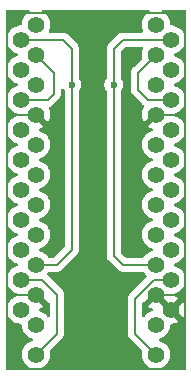
<source format=gbr>
%TF.GenerationSoftware,KiCad,Pcbnew,9.0.2-9.0.2-0~ubuntu24.04.1*%
%TF.CreationDate,2025-05-26T11:18:28+09:00*%
%TF.ProjectId,LevelShifter,4c657665-6c53-4686-9966-7465722e6b69,rev?*%
%TF.SameCoordinates,Original*%
%TF.FileFunction,Copper,L2,Bot*%
%TF.FilePolarity,Positive*%
%FSLAX46Y46*%
G04 Gerber Fmt 4.6, Leading zero omitted, Abs format (unit mm)*
G04 Created by KiCad (PCBNEW 9.0.2-9.0.2-0~ubuntu24.04.1) date 2025-05-26 11:18:28*
%MOMM*%
%LPD*%
G01*
G04 APERTURE LIST*
%TA.AperFunction,ComponentPad*%
%ADD10C,1.400000*%
%TD*%
%TA.AperFunction,ViaPad*%
%ADD11C,0.600000*%
%TD*%
%TA.AperFunction,Conductor*%
%ADD12C,0.200000*%
%TD*%
G04 APERTURE END LIST*
D10*
%TO.P,J4,1,Pin_1*%
%TO.N,/HV5*%
X152400000Y-127000000D03*
%TO.P,J4,2,Pin_2*%
%TO.N,/HV6*%
X152400000Y-129540000D03*
%TO.P,J4,3,Pin_3*%
%TO.N,VCCB*%
X152400000Y-132080000D03*
%TO.P,J4,4,Pin_4*%
%TO.N,GND*%
X152400000Y-134620000D03*
%TO.P,J4,5,Pin_5*%
%TO.N,/HV7*%
X152400000Y-137160000D03*
%TO.P,J4,6,Pin_6*%
%TO.N,/HV8*%
X152400000Y-139700000D03*
%TD*%
%TO.P,J3,1,Pin_1*%
%TO.N,/LV5*%
X142240000Y-127000000D03*
%TO.P,J3,2,Pin_2*%
%TO.N,/LV6*%
X142240000Y-129540000D03*
%TO.P,J3,3,Pin_3*%
%TO.N,VCCA*%
X142240000Y-132080000D03*
%TO.P,J3,4,Pin_4*%
%TO.N,GND*%
X142240000Y-134620000D03*
%TO.P,J3,5,Pin_5*%
%TO.N,/LV7*%
X142240000Y-137160000D03*
%TO.P,J3,6,Pin_6*%
%TO.N,/LV8*%
X142240000Y-139700000D03*
%TD*%
%TO.P,J2,1,Pin_1*%
%TO.N,/HV1*%
X152400000Y-111760000D03*
%TO.P,J2,2,Pin_2*%
%TO.N,/HV2*%
X152400000Y-114300000D03*
%TO.P,J2,3,Pin_3*%
%TO.N,VCCB*%
X152400000Y-116840000D03*
%TO.P,J2,4,Pin_4*%
%TO.N,GND*%
X152400000Y-119380000D03*
%TO.P,J2,5,Pin_5*%
%TO.N,/HV3*%
X152400000Y-121920000D03*
%TO.P,J2,6,Pin_6*%
%TO.N,/HV4*%
X152400000Y-124460000D03*
%TD*%
%TO.P,J1,1,Pin_1*%
%TO.N,/LV1*%
X142240000Y-111760000D03*
%TO.P,J1,2,Pin_2*%
%TO.N,/LV2*%
X142240000Y-114300000D03*
%TO.P,J1,3,Pin_3*%
%TO.N,VCCA*%
X142240000Y-116840000D03*
%TO.P,J1,4,Pin_4*%
%TO.N,GND*%
X142240000Y-119380000D03*
%TO.P,J1,5,Pin_5*%
%TO.N,/LV3*%
X142240000Y-121920000D03*
%TO.P,J1,6,Pin_6*%
%TO.N,/LV4*%
X142240000Y-124460000D03*
%TD*%
%TO.P,U1,1,VCCA*%
%TO.N,VCCA*%
X140970000Y-113030000D03*
%TO.P,U1,2,A1*%
%TO.N,/LV1*%
X140970000Y-115570000D03*
%TO.P,U1,3,A2*%
%TO.N,/LV2*%
X140970000Y-118110000D03*
%TO.P,U1,4,A3*%
%TO.N,/LV3*%
X140970000Y-120650000D03*
%TO.P,U1,5,A4*%
%TO.N,/LV4*%
X140970000Y-123190000D03*
%TO.P,U1,6,A5*%
%TO.N,/LV5*%
X140970000Y-125730000D03*
%TO.P,U1,7,A6*%
%TO.N,/LV6*%
X140970000Y-128270000D03*
%TO.P,U1,8,A7*%
%TO.N,/LV7*%
X140970000Y-130810000D03*
%TO.P,U1,9,A8*%
%TO.N,/LV8*%
X140970000Y-133350000D03*
%TO.P,U1,10,OE*%
%TO.N,unconnected-(U1-OE-Pad10)*%
X140970000Y-135890000D03*
%TO.P,U1,11,GND*%
%TO.N,GND*%
X153670000Y-135890000D03*
%TO.P,U1,12,B8*%
%TO.N,/HV8*%
X153670000Y-133350000D03*
%TO.P,U1,13,B7*%
%TO.N,/HV7*%
X153670000Y-130810000D03*
%TO.P,U1,14,B6*%
%TO.N,/HV6*%
X153670000Y-128270000D03*
%TO.P,U1,15,B5*%
%TO.N,/HV5*%
X153670000Y-125730000D03*
%TO.P,U1,16,B4*%
%TO.N,/HV4*%
X153670000Y-123190000D03*
%TO.P,U1,17,B3*%
%TO.N,/HV3*%
X153670000Y-120650000D03*
%TO.P,U1,18,B2*%
%TO.N,/HV2*%
X153670000Y-118110000D03*
%TO.P,U1,19,B1*%
%TO.N,/HV1*%
X153670000Y-115570000D03*
%TO.P,U1,20,VCCB*%
%TO.N,VCCB*%
X153670000Y-113030000D03*
%TD*%
D11*
%TO.N,GND*%
X150114000Y-128270000D03*
X150114000Y-123190000D03*
X150114000Y-118872000D03*
X144018000Y-118872000D03*
X144018000Y-128270000D03*
X144018000Y-123190000D03*
X147066000Y-119634000D03*
X147066000Y-112522000D03*
X147320000Y-138176000D03*
X147066000Y-132842000D03*
X147066000Y-128016000D03*
%TO.N,VCCB*%
X148844000Y-116840000D03*
%TO.N,VCCA*%
X145288000Y-116840000D03*
%TD*%
D12*
%TO.N,GND*%
X139793000Y-119380000D02*
X139793000Y-111667000D01*
X139793000Y-111667000D02*
X140716000Y-110744000D01*
X140716000Y-110744000D02*
X153670000Y-110744000D01*
X153670000Y-110744000D02*
X154847000Y-111921000D01*
X154847000Y-111921000D02*
X154847000Y-119380000D01*
X142240000Y-119380000D02*
X139793000Y-119380000D01*
X152400000Y-119380000D02*
X154847000Y-119380000D01*
X154847000Y-134620000D02*
X154847000Y-119380000D01*
X152400000Y-134620000D02*
X154847000Y-134620000D01*
X140369000Y-140877000D02*
X139793000Y-140301000D01*
X154847000Y-134620000D02*
X154847000Y-139793000D01*
X154847000Y-139793000D02*
X153763000Y-140877000D01*
X153763000Y-140877000D02*
X140369000Y-140877000D01*
X139793000Y-140301000D02*
X139793000Y-134620000D01*
X152400000Y-134620000D02*
X153670000Y-135890000D01*
X142240000Y-134620000D02*
X139793000Y-134620000D01*
X139793000Y-119380000D02*
X139793000Y-134620000D01*
%TO.N,VCCB*%
X153670000Y-113030000D02*
X149606000Y-113030000D01*
X149606000Y-113030000D02*
X148844000Y-113792000D01*
X148844000Y-113792000D02*
X148844000Y-131318000D01*
X148844000Y-131318000D02*
X149606000Y-132080000D01*
X149606000Y-132080000D02*
X152400000Y-132080000D01*
%TO.N,VCCA*%
X140970000Y-113030000D02*
X144526000Y-113030000D01*
X144018000Y-132080000D02*
X142240000Y-132080000D01*
X144526000Y-113030000D02*
X145288000Y-113792000D01*
X145288000Y-113792000D02*
X145288000Y-130810000D01*
X145288000Y-130810000D02*
X144018000Y-132080000D01*
%TO.N,/HV8*%
X153670000Y-133350000D02*
X152254372Y-133350000D01*
X152254372Y-133350000D02*
X150622000Y-134982372D01*
X150622000Y-134982372D02*
X150622000Y-137922000D01*
X150622000Y-137922000D02*
X152400000Y-139700000D01*
%TO.N,/LV8*%
X140970000Y-133350000D02*
X142748000Y-133350000D01*
X142748000Y-133350000D02*
X144018000Y-134620000D01*
X144018000Y-137922000D02*
X144018000Y-134620000D01*
X142240000Y-139700000D02*
X144018000Y-137922000D01*
%TO.N,/HV2*%
X152400000Y-114300000D02*
X150876000Y-115824000D01*
X150876000Y-115824000D02*
X150876000Y-117269628D01*
X151716372Y-118110000D02*
X153670000Y-118110000D01*
X150876000Y-117269628D02*
X151716372Y-118110000D01*
%TO.N,/LV2*%
X143256000Y-118110000D02*
X143764000Y-117602000D01*
X140970000Y-118110000D02*
X143256000Y-118110000D01*
X143764000Y-117602000D02*
X143764000Y-115824000D01*
X143764000Y-115824000D02*
X142240000Y-114300000D01*
%TD*%
%TA.AperFunction,Conductor*%
%TO.N,GND*%
G36*
X139897703Y-136449878D02*
G01*
X139926985Y-136487297D01*
X139943238Y-136519197D01*
X139951669Y-136530801D01*
X140054310Y-136672073D01*
X140187927Y-136805690D01*
X140340801Y-136916760D01*
X140420347Y-136957290D01*
X140509163Y-137002545D01*
X140509165Y-137002545D01*
X140509168Y-137002547D01*
X140605497Y-137033846D01*
X140688881Y-137060940D01*
X140875514Y-137090500D01*
X140875519Y-137090500D01*
X140915500Y-137090500D01*
X140982539Y-137110185D01*
X141028294Y-137162989D01*
X141039500Y-137214500D01*
X141039500Y-137254486D01*
X141069059Y-137441118D01*
X141127454Y-137620836D01*
X141154168Y-137673264D01*
X141213240Y-137789199D01*
X141324310Y-137942073D01*
X141457927Y-138075690D01*
X141610801Y-138186760D01*
X141690347Y-138227290D01*
X141779163Y-138272545D01*
X141779165Y-138272545D01*
X141779168Y-138272547D01*
X141868734Y-138301649D01*
X141900803Y-138312069D01*
X141958478Y-138351507D01*
X141985676Y-138415866D01*
X141973761Y-138484712D01*
X141926516Y-138536188D01*
X141900803Y-138547931D01*
X141779163Y-138587454D01*
X141610800Y-138673240D01*
X141523579Y-138736610D01*
X141457927Y-138784310D01*
X141457925Y-138784312D01*
X141457924Y-138784312D01*
X141324312Y-138917924D01*
X141324312Y-138917925D01*
X141324310Y-138917927D01*
X141276610Y-138983579D01*
X141213240Y-139070800D01*
X141127454Y-139239163D01*
X141069059Y-139418881D01*
X141039500Y-139605513D01*
X141039500Y-139794486D01*
X141069059Y-139981118D01*
X141127454Y-140160836D01*
X141213240Y-140329199D01*
X141324310Y-140482073D01*
X141457927Y-140615690D01*
X141572582Y-140698992D01*
X141610802Y-140726761D01*
X141642703Y-140743015D01*
X141693499Y-140790989D01*
X141710295Y-140858810D01*
X141687758Y-140924945D01*
X141633043Y-140968397D01*
X141586409Y-140977500D01*
X139816500Y-140977500D01*
X139749461Y-140957815D01*
X139703706Y-140905011D01*
X139692500Y-140853500D01*
X139692500Y-136543591D01*
X139712185Y-136476552D01*
X139764989Y-136430797D01*
X139834147Y-136420853D01*
X139897703Y-136449878D01*
G37*
%TD.AperFunction*%
%TA.AperFunction,Conductor*%
G36*
X151813448Y-110502185D02*
G01*
X151859203Y-110554989D01*
X151869147Y-110624147D01*
X151840122Y-110687703D01*
X151802703Y-110716985D01*
X151770802Y-110733238D01*
X151663855Y-110810941D01*
X151617927Y-110844310D01*
X151617925Y-110844312D01*
X151617924Y-110844312D01*
X151484312Y-110977924D01*
X151484312Y-110977925D01*
X151484310Y-110977927D01*
X151436610Y-111043579D01*
X151373240Y-111130800D01*
X151287454Y-111299163D01*
X151229059Y-111478881D01*
X151199500Y-111665513D01*
X151199500Y-111854486D01*
X151229059Y-112041118D01*
X151287455Y-112220838D01*
X151301909Y-112249204D01*
X151314806Y-112317873D01*
X151288530Y-112382614D01*
X151231424Y-112422871D01*
X151191425Y-112429500D01*
X149692670Y-112429500D01*
X149692654Y-112429499D01*
X149685058Y-112429499D01*
X149526943Y-112429499D01*
X149474890Y-112443447D01*
X149374214Y-112470423D01*
X149374209Y-112470426D01*
X149237290Y-112549475D01*
X149237282Y-112549481D01*
X148363481Y-113423282D01*
X148363479Y-113423285D01*
X148324483Y-113490830D01*
X148324482Y-113490831D01*
X148284717Y-113559705D01*
X148284423Y-113560215D01*
X148243499Y-113712943D01*
X148243499Y-113712944D01*
X148243499Y-113712945D01*
X148243499Y-113881046D01*
X148243500Y-113881059D01*
X148243500Y-116260234D01*
X148223815Y-116327273D01*
X148222602Y-116329125D01*
X148134609Y-116460814D01*
X148134602Y-116460827D01*
X148074264Y-116606498D01*
X148074261Y-116606510D01*
X148043500Y-116761153D01*
X148043500Y-116918846D01*
X148074261Y-117073489D01*
X148074264Y-117073501D01*
X148134602Y-117219172D01*
X148134609Y-117219185D01*
X148222602Y-117350874D01*
X148243480Y-117417551D01*
X148243500Y-117419765D01*
X148243500Y-131231330D01*
X148243499Y-131231348D01*
X148243499Y-131397054D01*
X148243498Y-131397054D01*
X148284423Y-131549785D01*
X148305988Y-131587135D01*
X148305989Y-131587139D01*
X148363475Y-131686709D01*
X148363481Y-131686717D01*
X148482349Y-131805585D01*
X148482354Y-131805589D01*
X149237284Y-132560520D01*
X149237286Y-132560521D01*
X149237290Y-132560524D01*
X149374209Y-132639573D01*
X149374216Y-132639577D01*
X149526943Y-132680501D01*
X149526945Y-132680501D01*
X149692654Y-132680501D01*
X149692670Y-132680500D01*
X151289208Y-132680500D01*
X151356247Y-132700185D01*
X151389524Y-132731612D01*
X151484310Y-132862073D01*
X151484312Y-132862075D01*
X151601005Y-132978768D01*
X151634490Y-133040091D01*
X151629506Y-133109783D01*
X151601005Y-133154130D01*
X150253286Y-134501850D01*
X150141481Y-134613654D01*
X150141477Y-134613659D01*
X150097692Y-134689499D01*
X150097692Y-134689500D01*
X150062423Y-134750586D01*
X150055224Y-134777453D01*
X150021499Y-134903315D01*
X150021499Y-134903317D01*
X150021499Y-135071418D01*
X150021500Y-135071431D01*
X150021500Y-137835330D01*
X150021499Y-137835348D01*
X150021499Y-138001054D01*
X150021498Y-138001054D01*
X150062423Y-138153785D01*
X150091358Y-138203900D01*
X150091359Y-138203904D01*
X150091360Y-138203904D01*
X150141479Y-138290714D01*
X150141481Y-138290717D01*
X150260349Y-138409585D01*
X150260355Y-138409590D01*
X151189933Y-139339168D01*
X151223418Y-139400491D01*
X151224725Y-139446247D01*
X151199500Y-139605513D01*
X151199500Y-139794486D01*
X151229059Y-139981118D01*
X151287454Y-140160836D01*
X151373240Y-140329199D01*
X151484310Y-140482073D01*
X151617927Y-140615690D01*
X151732582Y-140698992D01*
X151770802Y-140726761D01*
X151802703Y-140743015D01*
X151853499Y-140790989D01*
X151870295Y-140858810D01*
X151847758Y-140924945D01*
X151793043Y-140968397D01*
X151746409Y-140977500D01*
X142893591Y-140977500D01*
X142826552Y-140957815D01*
X142780797Y-140905011D01*
X142770853Y-140835853D01*
X142799878Y-140772297D01*
X142837297Y-140743015D01*
X142869197Y-140726761D01*
X142869196Y-140726761D01*
X142869199Y-140726760D01*
X143022073Y-140615690D01*
X143155690Y-140482073D01*
X143266760Y-140329199D01*
X143352547Y-140160832D01*
X143410940Y-139981118D01*
X143440500Y-139794486D01*
X143440500Y-139605513D01*
X143415274Y-139446246D01*
X143424228Y-139376953D01*
X143450063Y-139339170D01*
X144498520Y-138290716D01*
X144577577Y-138153784D01*
X144618501Y-138001057D01*
X144618501Y-137842942D01*
X144618501Y-137835339D01*
X144618500Y-137835329D01*
X144618500Y-134540945D01*
X144618499Y-134540941D01*
X144615809Y-134530903D01*
X144587972Y-134427007D01*
X144586843Y-134422793D01*
X144586843Y-134422792D01*
X144577578Y-134388217D01*
X144577577Y-134388216D01*
X144577577Y-134388215D01*
X144548639Y-134338095D01*
X144498520Y-134251284D01*
X144386716Y-134139480D01*
X144386715Y-134139479D01*
X144382385Y-134135149D01*
X144382374Y-134135139D01*
X143235588Y-132988353D01*
X143228520Y-132981285D01*
X143228520Y-132981284D01*
X143211057Y-132963821D01*
X143177573Y-132902498D01*
X143180422Y-132862668D01*
X143182558Y-132832808D01*
X143198423Y-132803256D01*
X143250475Y-132731614D01*
X143305805Y-132688948D01*
X143350792Y-132680500D01*
X143931331Y-132680500D01*
X143931347Y-132680501D01*
X143938943Y-132680501D01*
X144097054Y-132680501D01*
X144097057Y-132680501D01*
X144249785Y-132639577D01*
X144299904Y-132610639D01*
X144386716Y-132560520D01*
X144498520Y-132448716D01*
X144498520Y-132448714D01*
X144508728Y-132438507D01*
X144508730Y-132438504D01*
X145646506Y-131300728D01*
X145646511Y-131300724D01*
X145656714Y-131290520D01*
X145656716Y-131290520D01*
X145768520Y-131178716D01*
X145840963Y-131053240D01*
X145847577Y-131041785D01*
X145888500Y-130889058D01*
X145888500Y-130730943D01*
X145888500Y-117419765D01*
X145908185Y-117352726D01*
X145909398Y-117350874D01*
X145997390Y-117219185D01*
X145997390Y-117219184D01*
X145997394Y-117219179D01*
X146057737Y-117073497D01*
X146088500Y-116918842D01*
X146088500Y-116761158D01*
X146088500Y-116761155D01*
X146088499Y-116761153D01*
X146084478Y-116740940D01*
X146057737Y-116606503D01*
X146053701Y-116596759D01*
X145997397Y-116460827D01*
X145997390Y-116460814D01*
X145909398Y-116329125D01*
X145888520Y-116262447D01*
X145888500Y-116260234D01*
X145888500Y-113881060D01*
X145888501Y-113881047D01*
X145888501Y-113712944D01*
X145886563Y-113705711D01*
X145847577Y-113560216D01*
X145847282Y-113559705D01*
X145768524Y-113423290D01*
X145768521Y-113423286D01*
X145768520Y-113423284D01*
X145013589Y-112668354D01*
X145013588Y-112668352D01*
X144894717Y-112549481D01*
X144894716Y-112549480D01*
X144807904Y-112499360D01*
X144807904Y-112499359D01*
X144807900Y-112499358D01*
X144757785Y-112470423D01*
X144605057Y-112429499D01*
X144446943Y-112429499D01*
X144439347Y-112429499D01*
X144439331Y-112429500D01*
X143448575Y-112429500D01*
X143381536Y-112409815D01*
X143335781Y-112357011D01*
X143325837Y-112287853D01*
X143338091Y-112249204D01*
X143352544Y-112220838D01*
X143352544Y-112220837D01*
X143352547Y-112220832D01*
X143410940Y-112041118D01*
X143416939Y-112003240D01*
X143440500Y-111854486D01*
X143440500Y-111665513D01*
X143410940Y-111478881D01*
X143352545Y-111299163D01*
X143266759Y-111130800D01*
X143155690Y-110977927D01*
X143022073Y-110844310D01*
X142945636Y-110788775D01*
X142869197Y-110733238D01*
X142837297Y-110716985D01*
X142786501Y-110669011D01*
X142769705Y-110601190D01*
X142792242Y-110535055D01*
X142846957Y-110491603D01*
X142893591Y-110482500D01*
X151746409Y-110482500D01*
X151813448Y-110502185D01*
G37*
%TD.AperFunction*%
%TA.AperFunction,Conductor*%
G36*
X154677882Y-136544328D02*
G01*
X154677883Y-136544328D01*
X154696333Y-136518935D01*
X154696333Y-136518934D01*
X154713015Y-136486195D01*
X154760989Y-136435399D01*
X154828810Y-136418603D01*
X154894945Y-136441140D01*
X154938397Y-136495855D01*
X154947500Y-136542489D01*
X154947500Y-140853500D01*
X154927815Y-140920539D01*
X154875011Y-140966294D01*
X154823500Y-140977500D01*
X153053591Y-140977500D01*
X152986552Y-140957815D01*
X152940797Y-140905011D01*
X152930853Y-140835853D01*
X152959878Y-140772297D01*
X152997297Y-140743015D01*
X153029197Y-140726761D01*
X153029196Y-140726761D01*
X153029199Y-140726760D01*
X153182073Y-140615690D01*
X153315690Y-140482073D01*
X153426760Y-140329199D01*
X153512547Y-140160832D01*
X153570940Y-139981118D01*
X153600500Y-139794486D01*
X153600500Y-139605513D01*
X153570940Y-139418881D01*
X153512545Y-139239163D01*
X153426759Y-139070800D01*
X153315690Y-138917927D01*
X153182073Y-138784310D01*
X153029199Y-138673240D01*
X152860836Y-138587454D01*
X152786472Y-138563291D01*
X152739195Y-138547930D01*
X152681521Y-138508493D01*
X152654323Y-138444134D01*
X152666238Y-138375288D01*
X152713482Y-138323812D01*
X152739194Y-138312069D01*
X152860832Y-138272547D01*
X153029199Y-138186760D01*
X153182073Y-138075690D01*
X153315690Y-137942073D01*
X153426760Y-137789199D01*
X153512547Y-137620832D01*
X153570940Y-137441118D01*
X153577500Y-137399699D01*
X153600500Y-137254486D01*
X153600500Y-137214000D01*
X153620185Y-137146961D01*
X153672989Y-137101206D01*
X153724500Y-137090000D01*
X153764447Y-137090000D01*
X153951002Y-137060451D01*
X154130637Y-137002085D01*
X154298937Y-136916331D01*
X154324328Y-136897883D01*
X154324328Y-136897882D01*
X153799408Y-136372962D01*
X153862993Y-136355925D01*
X153977007Y-136290099D01*
X154070099Y-136197007D01*
X154135925Y-136082993D01*
X154152962Y-136019408D01*
X154677882Y-136544328D01*
G37*
%TD.AperFunction*%
%TA.AperFunction,Conductor*%
G36*
X143247882Y-135274328D02*
G01*
X143283772Y-135271504D01*
X143352149Y-135285869D01*
X143401905Y-135334920D01*
X143417500Y-135395122D01*
X143417500Y-136356644D01*
X143397815Y-136423683D01*
X143345011Y-136469438D01*
X143275853Y-136479382D01*
X143212297Y-136450357D01*
X143193183Y-136429530D01*
X143155694Y-136377933D01*
X143155690Y-136377927D01*
X143022073Y-136244310D01*
X142869199Y-136133240D01*
X142700836Y-136047454D01*
X142578387Y-136007668D01*
X142520712Y-135968230D01*
X142493514Y-135903871D01*
X142505429Y-135835025D01*
X142552673Y-135783549D01*
X142578389Y-135771806D01*
X142700635Y-135732086D01*
X142868937Y-135646331D01*
X142894328Y-135627883D01*
X142894328Y-135627882D01*
X142369408Y-135102962D01*
X142432993Y-135085925D01*
X142547007Y-135020099D01*
X142640099Y-134927007D01*
X142705925Y-134812993D01*
X142722962Y-134749408D01*
X143247882Y-135274328D01*
G37*
%TD.AperFunction*%
%TA.AperFunction,Conductor*%
G36*
X151934075Y-134812993D02*
G01*
X151999901Y-134927007D01*
X152092993Y-135020099D01*
X152207007Y-135085925D01*
X152270590Y-135102962D01*
X151745669Y-135627882D01*
X151745670Y-135627883D01*
X151771059Y-135646329D01*
X151939362Y-135732085D01*
X152061611Y-135771806D01*
X152119286Y-135811243D01*
X152146485Y-135875602D01*
X152134571Y-135944448D01*
X152087327Y-135995924D01*
X152061612Y-136007668D01*
X151939163Y-136047454D01*
X151770800Y-136133240D01*
X151683579Y-136196610D01*
X151617927Y-136244310D01*
X151617925Y-136244312D01*
X151617924Y-136244312D01*
X151484312Y-136377924D01*
X151484305Y-136377933D01*
X151446817Y-136429530D01*
X151391487Y-136472196D01*
X151321873Y-136478174D01*
X151260079Y-136445567D01*
X151225722Y-136384728D01*
X151222500Y-136356644D01*
X151222500Y-135395121D01*
X151242185Y-135328082D01*
X151294989Y-135282327D01*
X151356231Y-135271503D01*
X151392117Y-135274327D01*
X151917036Y-134749407D01*
X151934075Y-134812993D01*
G37*
%TD.AperFunction*%
%TA.AperFunction,Conductor*%
G36*
X153540591Y-135407037D02*
G01*
X153477007Y-135424075D01*
X153362993Y-135489901D01*
X153269901Y-135582993D01*
X153204075Y-135697007D01*
X153187037Y-135760591D01*
X153163675Y-135737229D01*
X152529409Y-135102962D01*
X152592993Y-135085925D01*
X152707007Y-135020099D01*
X152800099Y-134927007D01*
X152865925Y-134812993D01*
X152882962Y-134749408D01*
X153540591Y-135407037D01*
G37*
%TD.AperFunction*%
%TA.AperFunction,Conductor*%
G36*
X154894945Y-133902242D02*
G01*
X154938397Y-133956957D01*
X154947500Y-134003591D01*
X154947500Y-135237510D01*
X154927815Y-135304549D01*
X154875011Y-135350304D01*
X154805853Y-135360248D01*
X154742297Y-135331223D01*
X154713016Y-135293805D01*
X154696333Y-135261064D01*
X154696332Y-135261063D01*
X154677883Y-135235670D01*
X154677882Y-135235669D01*
X154152962Y-135760590D01*
X154135925Y-135697007D01*
X154070099Y-135582993D01*
X153977007Y-135489901D01*
X153862993Y-135424075D01*
X153799409Y-135407037D01*
X154324328Y-134882116D01*
X154298933Y-134863666D01*
X154130637Y-134777914D01*
X154008388Y-134738193D01*
X153950712Y-134698755D01*
X153923514Y-134634397D01*
X153935429Y-134565550D01*
X153982673Y-134514075D01*
X154008382Y-134502333D01*
X154130832Y-134462547D01*
X154299199Y-134376760D01*
X154452073Y-134265690D01*
X154585690Y-134132073D01*
X154696760Y-133979199D01*
X154713015Y-133947297D01*
X154760989Y-133896501D01*
X154828810Y-133879705D01*
X154894945Y-133902242D01*
G37*
%TD.AperFunction*%
%TA.AperFunction,Conductor*%
G36*
X139897703Y-133909878D02*
G01*
X139926985Y-133947297D01*
X139943238Y-133979197D01*
X139960962Y-134003591D01*
X140054310Y-134132073D01*
X140187927Y-134265690D01*
X140340801Y-134376760D01*
X140363283Y-134388215D01*
X140509163Y-134462545D01*
X140509165Y-134462545D01*
X140509168Y-134462547D01*
X140598734Y-134491649D01*
X140630803Y-134502069D01*
X140688478Y-134541507D01*
X140715676Y-134605866D01*
X140703761Y-134674712D01*
X140656516Y-134726188D01*
X140630803Y-134737931D01*
X140509163Y-134777454D01*
X140340800Y-134863240D01*
X140285640Y-134903317D01*
X140187927Y-134974310D01*
X140187925Y-134974312D01*
X140187924Y-134974312D01*
X140054312Y-135107924D01*
X140054312Y-135107925D01*
X140054310Y-135107927D01*
X140017286Y-135158885D01*
X139943236Y-135260805D01*
X139926984Y-135292703D01*
X139879010Y-135343499D01*
X139811189Y-135360294D01*
X139745054Y-135337756D01*
X139701603Y-135283041D01*
X139692500Y-135236408D01*
X139692500Y-134003591D01*
X139712185Y-133936552D01*
X139764989Y-133890797D01*
X139834147Y-133880853D01*
X139897703Y-133909878D01*
G37*
%TD.AperFunction*%
%TA.AperFunction,Conductor*%
G36*
X139839942Y-131343499D02*
G01*
X139846308Y-131343227D01*
X139871337Y-131357837D01*
X139897703Y-131369878D01*
X139902528Y-131376043D01*
X139906650Y-131378450D01*
X139926985Y-131407297D01*
X139943238Y-131439197D01*
X139976608Y-131485127D01*
X140054310Y-131592073D01*
X140187927Y-131725690D01*
X140340801Y-131836760D01*
X140420347Y-131877290D01*
X140509163Y-131922545D01*
X140509165Y-131922545D01*
X140509168Y-131922547D01*
X140598734Y-131951649D01*
X140630803Y-131962069D01*
X140688478Y-132001507D01*
X140715676Y-132065866D01*
X140703761Y-132134712D01*
X140656516Y-132186188D01*
X140630803Y-132197931D01*
X140509163Y-132237454D01*
X140340800Y-132323240D01*
X140253579Y-132386610D01*
X140187927Y-132434310D01*
X140187925Y-132434312D01*
X140187924Y-132434312D01*
X140054312Y-132567924D01*
X140054312Y-132567925D01*
X140054310Y-132567927D01*
X140023278Y-132610639D01*
X139943236Y-132720805D01*
X139926984Y-132752703D01*
X139879010Y-132803499D01*
X139811189Y-132820294D01*
X139745054Y-132797756D01*
X139701603Y-132743041D01*
X139692500Y-132696408D01*
X139692500Y-131463591D01*
X139694294Y-131457477D01*
X139693119Y-131451216D01*
X139704019Y-131424358D01*
X139712185Y-131396552D01*
X139716999Y-131392380D01*
X139719396Y-131386476D01*
X139743088Y-131369773D01*
X139764989Y-131350797D01*
X139771293Y-131349890D01*
X139776502Y-131346219D01*
X139805459Y-131344977D01*
X139834147Y-131340853D01*
X139839942Y-131343499D01*
G37*
%TD.AperFunction*%
%TA.AperFunction,Conductor*%
G36*
X154894945Y-131362242D02*
G01*
X154938397Y-131416957D01*
X154947500Y-131463591D01*
X154947500Y-132696408D01*
X154927815Y-132763447D01*
X154875011Y-132809202D01*
X154805853Y-132819146D01*
X154742297Y-132790121D01*
X154713016Y-132752703D01*
X154696763Y-132720805D01*
X154688331Y-132709199D01*
X154585690Y-132567927D01*
X154452073Y-132434310D01*
X154299199Y-132323240D01*
X154130836Y-132237454D01*
X154056472Y-132213291D01*
X154009195Y-132197930D01*
X153951521Y-132158493D01*
X153924323Y-132094134D01*
X153936238Y-132025288D01*
X153983482Y-131973812D01*
X154009194Y-131962069D01*
X154130832Y-131922547D01*
X154299199Y-131836760D01*
X154452073Y-131725690D01*
X154585690Y-131592073D01*
X154696760Y-131439199D01*
X154698394Y-131435991D01*
X154713015Y-131407297D01*
X154760989Y-131356501D01*
X154828810Y-131339705D01*
X154894945Y-131362242D01*
G37*
%TD.AperFunction*%
%TA.AperFunction,Conductor*%
G36*
X144569703Y-117213807D02*
G01*
X144591602Y-117238629D01*
X144666602Y-117350874D01*
X144687480Y-117417552D01*
X144687500Y-117419765D01*
X144687500Y-130509903D01*
X144667815Y-130576942D01*
X144651181Y-130597584D01*
X143805584Y-131443181D01*
X143744261Y-131476666D01*
X143717903Y-131479500D01*
X143350792Y-131479500D01*
X143283753Y-131459815D01*
X143250474Y-131428386D01*
X143155690Y-131297927D01*
X143022073Y-131164310D01*
X142869199Y-131053240D01*
X142846717Y-131041785D01*
X142700836Y-130967454D01*
X142626472Y-130943291D01*
X142579195Y-130927930D01*
X142521521Y-130888493D01*
X142494323Y-130824134D01*
X142506238Y-130755288D01*
X142553482Y-130703812D01*
X142579194Y-130692069D01*
X142700832Y-130652547D01*
X142869199Y-130566760D01*
X143022073Y-130455690D01*
X143155690Y-130322073D01*
X143266760Y-130169199D01*
X143352547Y-130000832D01*
X143410940Y-129821118D01*
X143416939Y-129783240D01*
X143440500Y-129634486D01*
X143440500Y-129445513D01*
X143410940Y-129258881D01*
X143352545Y-129079163D01*
X143307290Y-128990347D01*
X143266760Y-128910801D01*
X143155690Y-128757927D01*
X143022073Y-128624310D01*
X142869199Y-128513240D01*
X142700836Y-128427454D01*
X142626472Y-128403291D01*
X142579195Y-128387930D01*
X142521521Y-128348493D01*
X142494323Y-128284134D01*
X142506238Y-128215288D01*
X142553482Y-128163812D01*
X142579194Y-128152069D01*
X142700832Y-128112547D01*
X142869199Y-128026760D01*
X143022073Y-127915690D01*
X143155690Y-127782073D01*
X143266760Y-127629199D01*
X143352547Y-127460832D01*
X143410940Y-127281118D01*
X143416939Y-127243240D01*
X143440500Y-127094486D01*
X143440500Y-126905513D01*
X143410940Y-126718881D01*
X143352545Y-126539163D01*
X143307290Y-126450347D01*
X143266760Y-126370801D01*
X143155690Y-126217927D01*
X143022073Y-126084310D01*
X142869199Y-125973240D01*
X142700836Y-125887454D01*
X142626472Y-125863291D01*
X142579195Y-125847930D01*
X142521521Y-125808493D01*
X142494323Y-125744134D01*
X142506238Y-125675288D01*
X142553482Y-125623812D01*
X142579194Y-125612069D01*
X142700832Y-125572547D01*
X142869199Y-125486760D01*
X143022073Y-125375690D01*
X143155690Y-125242073D01*
X143266760Y-125089199D01*
X143352547Y-124920832D01*
X143410940Y-124741118D01*
X143416939Y-124703240D01*
X143440500Y-124554486D01*
X143440500Y-124365513D01*
X143410940Y-124178881D01*
X143352545Y-123999163D01*
X143307290Y-123910347D01*
X143266760Y-123830801D01*
X143155690Y-123677927D01*
X143022073Y-123544310D01*
X142869199Y-123433240D01*
X142700836Y-123347454D01*
X142626472Y-123323291D01*
X142579195Y-123307930D01*
X142521521Y-123268493D01*
X142494323Y-123204134D01*
X142506238Y-123135288D01*
X142553482Y-123083812D01*
X142579194Y-123072069D01*
X142700832Y-123032547D01*
X142869199Y-122946760D01*
X143022073Y-122835690D01*
X143155690Y-122702073D01*
X143266760Y-122549199D01*
X143352547Y-122380832D01*
X143410940Y-122201118D01*
X143416939Y-122163240D01*
X143440500Y-122014486D01*
X143440500Y-121825513D01*
X143410940Y-121638881D01*
X143352545Y-121459163D01*
X143307290Y-121370347D01*
X143266760Y-121290801D01*
X143155690Y-121137927D01*
X143022073Y-121004310D01*
X142869199Y-120893240D01*
X142700836Y-120807454D01*
X142578387Y-120767668D01*
X142520712Y-120728230D01*
X142493514Y-120663871D01*
X142505429Y-120595025D01*
X142552673Y-120543549D01*
X142578389Y-120531806D01*
X142700635Y-120492086D01*
X142868937Y-120406331D01*
X142894328Y-120387883D01*
X142894328Y-120387882D01*
X142369408Y-119862962D01*
X142432993Y-119845925D01*
X142547007Y-119780099D01*
X142640099Y-119687007D01*
X142705925Y-119572993D01*
X142722962Y-119509408D01*
X143247882Y-120034328D01*
X143247883Y-120034328D01*
X143266331Y-120008937D01*
X143352085Y-119840637D01*
X143410451Y-119661002D01*
X143440000Y-119474447D01*
X143440000Y-119285552D01*
X143410451Y-119098997D01*
X143352084Y-118919360D01*
X143325922Y-118868014D01*
X143323114Y-118853068D01*
X143315634Y-118839827D01*
X143316796Y-118819426D01*
X143313025Y-118799345D01*
X143318743Y-118785254D01*
X143319609Y-118770070D01*
X143331617Y-118753535D01*
X143339301Y-118734604D01*
X143352366Y-118724966D01*
X143360667Y-118713537D01*
X143382512Y-118702728D01*
X143391396Y-118696176D01*
X143397737Y-118693705D01*
X143487785Y-118669577D01*
X143537904Y-118640639D01*
X143624716Y-118590520D01*
X143736520Y-118478716D01*
X143736520Y-118478714D01*
X143746728Y-118468507D01*
X143746730Y-118468504D01*
X144122506Y-118092728D01*
X144122511Y-118092724D01*
X144132714Y-118082520D01*
X144132716Y-118082520D01*
X144244520Y-117970716D01*
X144323577Y-117833784D01*
X144364500Y-117681057D01*
X144364500Y-117307520D01*
X144384185Y-117240481D01*
X144436989Y-117194726D01*
X144506147Y-117184782D01*
X144569703Y-117213807D01*
G37*
%TD.AperFunction*%
%TA.AperFunction,Conductor*%
G36*
X151194065Y-113631275D02*
G01*
X151196737Y-113630614D01*
X151227395Y-113641062D01*
X151258464Y-113650185D01*
X151260265Y-113652264D01*
X151262871Y-113653152D01*
X151283017Y-113678521D01*
X151304219Y-113702989D01*
X151304610Y-113705711D01*
X151306322Y-113707867D01*
X151309553Y-113740087D01*
X151314163Y-113772147D01*
X151313103Y-113775488D01*
X151313294Y-113777388D01*
X151301909Y-113810796D01*
X151287455Y-113839161D01*
X151229059Y-114018881D01*
X151199500Y-114205513D01*
X151199500Y-114394486D01*
X151224725Y-114553751D01*
X151215770Y-114623045D01*
X151189933Y-114660830D01*
X150510516Y-115340247D01*
X150510509Y-115340254D01*
X150507286Y-115343478D01*
X150507284Y-115343480D01*
X150395480Y-115455284D01*
X150369375Y-115500500D01*
X150363524Y-115510633D01*
X150363523Y-115510635D01*
X150316426Y-115592209D01*
X150316423Y-115592215D01*
X150275499Y-115744943D01*
X150275499Y-115744945D01*
X150275499Y-115913046D01*
X150275500Y-115913059D01*
X150275500Y-117182958D01*
X150275499Y-117182976D01*
X150275499Y-117348682D01*
X150275498Y-117348682D01*
X150276582Y-117352726D01*
X150316423Y-117501413D01*
X150344125Y-117549394D01*
X150344125Y-117549395D01*
X150395475Y-117638337D01*
X150395481Y-117638345D01*
X150514349Y-117757213D01*
X150514355Y-117757218D01*
X151235850Y-118478713D01*
X151235852Y-118478716D01*
X151347656Y-118590520D01*
X151348947Y-118591265D01*
X151355677Y-118597964D01*
X151368799Y-118621864D01*
X151384885Y-118643888D01*
X151385371Y-118652046D01*
X151389305Y-118659210D01*
X151387422Y-118686413D01*
X151389047Y-118713634D01*
X151384823Y-118723971D01*
X151384482Y-118728913D01*
X151380768Y-118733897D01*
X151375589Y-118746574D01*
X151375880Y-118746722D01*
X151374111Y-118750193D01*
X151373932Y-118750632D01*
X151373669Y-118751060D01*
X151287914Y-118919362D01*
X151229548Y-119098997D01*
X151200000Y-119285552D01*
X151200000Y-119474447D01*
X151229548Y-119661002D01*
X151287914Y-119840637D01*
X151373666Y-120008933D01*
X151392116Y-120034328D01*
X151917036Y-119509407D01*
X151934075Y-119572993D01*
X151999901Y-119687007D01*
X152092993Y-119780099D01*
X152207007Y-119845925D01*
X152270589Y-119862962D01*
X151745669Y-120387882D01*
X151745670Y-120387883D01*
X151771059Y-120406329D01*
X151939362Y-120492085D01*
X152061611Y-120531806D01*
X152119286Y-120571243D01*
X152146485Y-120635602D01*
X152134571Y-120704448D01*
X152087327Y-120755924D01*
X152061612Y-120767668D01*
X151939163Y-120807454D01*
X151770800Y-120893240D01*
X151683579Y-120956610D01*
X151617927Y-121004310D01*
X151617925Y-121004312D01*
X151617924Y-121004312D01*
X151484312Y-121137924D01*
X151484312Y-121137925D01*
X151484310Y-121137927D01*
X151453122Y-121180853D01*
X151373240Y-121290800D01*
X151287454Y-121459163D01*
X151229059Y-121638881D01*
X151199500Y-121825513D01*
X151199500Y-122014486D01*
X151229059Y-122201118D01*
X151287454Y-122380836D01*
X151366723Y-122536408D01*
X151373240Y-122549199D01*
X151484310Y-122702073D01*
X151617927Y-122835690D01*
X151770801Y-122946760D01*
X151850347Y-122987290D01*
X151939163Y-123032545D01*
X151939165Y-123032545D01*
X151939168Y-123032547D01*
X152028734Y-123061649D01*
X152060803Y-123072069D01*
X152118478Y-123111507D01*
X152145676Y-123175866D01*
X152133761Y-123244712D01*
X152086516Y-123296188D01*
X152060803Y-123307931D01*
X151939163Y-123347454D01*
X151770800Y-123433240D01*
X151683579Y-123496610D01*
X151617927Y-123544310D01*
X151617925Y-123544312D01*
X151617924Y-123544312D01*
X151484312Y-123677924D01*
X151484312Y-123677925D01*
X151484310Y-123677927D01*
X151453122Y-123720853D01*
X151373240Y-123830800D01*
X151287454Y-123999163D01*
X151229059Y-124178881D01*
X151199500Y-124365513D01*
X151199500Y-124554486D01*
X151229059Y-124741118D01*
X151287454Y-124920836D01*
X151366723Y-125076408D01*
X151373240Y-125089199D01*
X151484310Y-125242073D01*
X151617927Y-125375690D01*
X151770801Y-125486760D01*
X151850347Y-125527290D01*
X151939163Y-125572545D01*
X151939165Y-125572545D01*
X151939168Y-125572547D01*
X152028734Y-125601649D01*
X152060803Y-125612069D01*
X152118478Y-125651507D01*
X152145676Y-125715866D01*
X152133761Y-125784712D01*
X152086516Y-125836188D01*
X152060803Y-125847931D01*
X151939163Y-125887454D01*
X151770800Y-125973240D01*
X151683579Y-126036610D01*
X151617927Y-126084310D01*
X151617925Y-126084312D01*
X151617924Y-126084312D01*
X151484312Y-126217924D01*
X151484312Y-126217925D01*
X151484310Y-126217927D01*
X151453122Y-126260853D01*
X151373240Y-126370800D01*
X151287454Y-126539163D01*
X151229059Y-126718881D01*
X151199500Y-126905513D01*
X151199500Y-127094486D01*
X151229059Y-127281118D01*
X151287454Y-127460836D01*
X151366723Y-127616408D01*
X151373240Y-127629199D01*
X151484310Y-127782073D01*
X151617927Y-127915690D01*
X151770801Y-128026760D01*
X151850347Y-128067290D01*
X151939163Y-128112545D01*
X151939165Y-128112545D01*
X151939168Y-128112547D01*
X152028734Y-128141649D01*
X152060803Y-128152069D01*
X152118478Y-128191507D01*
X152145676Y-128255866D01*
X152133761Y-128324712D01*
X152086516Y-128376188D01*
X152060803Y-128387931D01*
X151939163Y-128427454D01*
X151770800Y-128513240D01*
X151683579Y-128576610D01*
X151617927Y-128624310D01*
X151617925Y-128624312D01*
X151617924Y-128624312D01*
X151484312Y-128757924D01*
X151484312Y-128757925D01*
X151484310Y-128757927D01*
X151453122Y-128800853D01*
X151373240Y-128910800D01*
X151287454Y-129079163D01*
X151229059Y-129258881D01*
X151199500Y-129445513D01*
X151199500Y-129634486D01*
X151229059Y-129821118D01*
X151287454Y-130000836D01*
X151366723Y-130156408D01*
X151373240Y-130169199D01*
X151484310Y-130322073D01*
X151617927Y-130455690D01*
X151770801Y-130566760D01*
X151831297Y-130597584D01*
X151939163Y-130652545D01*
X151939165Y-130652545D01*
X151939168Y-130652547D01*
X152028734Y-130681649D01*
X152060803Y-130692069D01*
X152118478Y-130731507D01*
X152145676Y-130795866D01*
X152133761Y-130864712D01*
X152086516Y-130916188D01*
X152060803Y-130927931D01*
X151939163Y-130967454D01*
X151770800Y-131053240D01*
X151698757Y-131105583D01*
X151617927Y-131164310D01*
X151617925Y-131164312D01*
X151617924Y-131164312D01*
X151484312Y-131297924D01*
X151484312Y-131297925D01*
X151484310Y-131297927D01*
X151389526Y-131428386D01*
X151334196Y-131471051D01*
X151289208Y-131479500D01*
X149906098Y-131479500D01*
X149839059Y-131459815D01*
X149818417Y-131443181D01*
X149480819Y-131105583D01*
X149447334Y-131044260D01*
X149444500Y-131017902D01*
X149444500Y-117419765D01*
X149464185Y-117352726D01*
X149465398Y-117350874D01*
X149553390Y-117219185D01*
X149553390Y-117219184D01*
X149553394Y-117219179D01*
X149613737Y-117073497D01*
X149644500Y-116918842D01*
X149644500Y-116761158D01*
X149644500Y-116761155D01*
X149644499Y-116761153D01*
X149640478Y-116740940D01*
X149613737Y-116606503D01*
X149609701Y-116596759D01*
X149553397Y-116460827D01*
X149553390Y-116460814D01*
X149465398Y-116329125D01*
X149444520Y-116262447D01*
X149444500Y-116260234D01*
X149444500Y-114092097D01*
X149464185Y-114025058D01*
X149480819Y-114004416D01*
X149818417Y-113666819D01*
X149879740Y-113633334D01*
X149906098Y-113630500D01*
X151191425Y-113630500D01*
X151194065Y-113631275D01*
G37*
%TD.AperFunction*%
%TA.AperFunction,Conductor*%
G36*
X139897703Y-128829878D02*
G01*
X139926985Y-128867297D01*
X139943238Y-128899197D01*
X139951669Y-128910801D01*
X140054310Y-129052073D01*
X140187927Y-129185690D01*
X140340801Y-129296760D01*
X140420347Y-129337290D01*
X140509163Y-129382545D01*
X140509165Y-129382545D01*
X140509168Y-129382547D01*
X140598734Y-129411649D01*
X140630803Y-129422069D01*
X140688478Y-129461507D01*
X140715676Y-129525866D01*
X140703761Y-129594712D01*
X140656516Y-129646188D01*
X140630803Y-129657931D01*
X140509163Y-129697454D01*
X140340800Y-129783240D01*
X140253579Y-129846610D01*
X140187927Y-129894310D01*
X140187925Y-129894312D01*
X140187924Y-129894312D01*
X140054312Y-130027924D01*
X140054312Y-130027925D01*
X140054310Y-130027927D01*
X140017286Y-130078885D01*
X139943236Y-130180805D01*
X139926984Y-130212703D01*
X139879010Y-130263499D01*
X139811189Y-130280294D01*
X139745054Y-130257756D01*
X139701603Y-130203041D01*
X139692500Y-130156408D01*
X139692500Y-128923591D01*
X139712185Y-128856552D01*
X139764989Y-128810797D01*
X139834147Y-128800853D01*
X139897703Y-128829878D01*
G37*
%TD.AperFunction*%
%TA.AperFunction,Conductor*%
G36*
X154894945Y-128822242D02*
G01*
X154938397Y-128876957D01*
X154947500Y-128923591D01*
X154947500Y-130156408D01*
X154927815Y-130223447D01*
X154875011Y-130269202D01*
X154805853Y-130279146D01*
X154742297Y-130250121D01*
X154713016Y-130212703D01*
X154696763Y-130180805D01*
X154679037Y-130156408D01*
X154585690Y-130027927D01*
X154452073Y-129894310D01*
X154299199Y-129783240D01*
X154130836Y-129697454D01*
X154056472Y-129673291D01*
X154009195Y-129657930D01*
X153951521Y-129618493D01*
X153924323Y-129554134D01*
X153936238Y-129485288D01*
X153983482Y-129433812D01*
X154009194Y-129422069D01*
X154130832Y-129382547D01*
X154299199Y-129296760D01*
X154452073Y-129185690D01*
X154585690Y-129052073D01*
X154696760Y-128899199D01*
X154713015Y-128867297D01*
X154760989Y-128816501D01*
X154828810Y-128799705D01*
X154894945Y-128822242D01*
G37*
%TD.AperFunction*%
%TA.AperFunction,Conductor*%
G36*
X139897703Y-126289878D02*
G01*
X139926985Y-126327297D01*
X139943238Y-126359197D01*
X139951669Y-126370801D01*
X140054310Y-126512073D01*
X140187927Y-126645690D01*
X140340801Y-126756760D01*
X140420347Y-126797290D01*
X140509163Y-126842545D01*
X140509165Y-126842545D01*
X140509168Y-126842547D01*
X140598734Y-126871649D01*
X140630803Y-126882069D01*
X140688478Y-126921507D01*
X140715676Y-126985866D01*
X140703761Y-127054712D01*
X140656516Y-127106188D01*
X140630803Y-127117931D01*
X140509163Y-127157454D01*
X140340800Y-127243240D01*
X140253579Y-127306610D01*
X140187927Y-127354310D01*
X140187925Y-127354312D01*
X140187924Y-127354312D01*
X140054312Y-127487924D01*
X140054312Y-127487925D01*
X140054310Y-127487927D01*
X140017286Y-127538885D01*
X139943236Y-127640805D01*
X139926984Y-127672703D01*
X139879010Y-127723499D01*
X139811189Y-127740294D01*
X139745054Y-127717756D01*
X139701603Y-127663041D01*
X139692500Y-127616408D01*
X139692500Y-126383591D01*
X139712185Y-126316552D01*
X139764989Y-126270797D01*
X139834147Y-126260853D01*
X139897703Y-126289878D01*
G37*
%TD.AperFunction*%
%TA.AperFunction,Conductor*%
G36*
X154894945Y-126282242D02*
G01*
X154938397Y-126336957D01*
X154947500Y-126383591D01*
X154947500Y-127616408D01*
X154927815Y-127683447D01*
X154875011Y-127729202D01*
X154805853Y-127739146D01*
X154742297Y-127710121D01*
X154713016Y-127672703D01*
X154696763Y-127640805D01*
X154679037Y-127616408D01*
X154585690Y-127487927D01*
X154452073Y-127354310D01*
X154299199Y-127243240D01*
X154130836Y-127157454D01*
X154056472Y-127133291D01*
X154009195Y-127117930D01*
X153951521Y-127078493D01*
X153924323Y-127014134D01*
X153936238Y-126945288D01*
X153983482Y-126893812D01*
X154009194Y-126882069D01*
X154130832Y-126842547D01*
X154299199Y-126756760D01*
X154452073Y-126645690D01*
X154585690Y-126512073D01*
X154696760Y-126359199D01*
X154713015Y-126327297D01*
X154760989Y-126276501D01*
X154828810Y-126259705D01*
X154894945Y-126282242D01*
G37*
%TD.AperFunction*%
%TA.AperFunction,Conductor*%
G36*
X139897703Y-123749878D02*
G01*
X139926985Y-123787297D01*
X139943238Y-123819197D01*
X139951669Y-123830801D01*
X140054310Y-123972073D01*
X140187927Y-124105690D01*
X140340801Y-124216760D01*
X140420347Y-124257290D01*
X140509163Y-124302545D01*
X140509165Y-124302545D01*
X140509168Y-124302547D01*
X140598734Y-124331649D01*
X140630803Y-124342069D01*
X140688478Y-124381507D01*
X140715676Y-124445866D01*
X140703761Y-124514712D01*
X140656516Y-124566188D01*
X140630803Y-124577931D01*
X140509163Y-124617454D01*
X140340800Y-124703240D01*
X140253579Y-124766610D01*
X140187927Y-124814310D01*
X140187925Y-124814312D01*
X140187924Y-124814312D01*
X140054312Y-124947924D01*
X140054312Y-124947925D01*
X140054310Y-124947927D01*
X140017286Y-124998885D01*
X139943236Y-125100805D01*
X139926984Y-125132703D01*
X139879010Y-125183499D01*
X139811189Y-125200294D01*
X139745054Y-125177756D01*
X139701603Y-125123041D01*
X139692500Y-125076408D01*
X139692500Y-123843591D01*
X139712185Y-123776552D01*
X139764989Y-123730797D01*
X139834147Y-123720853D01*
X139897703Y-123749878D01*
G37*
%TD.AperFunction*%
%TA.AperFunction,Conductor*%
G36*
X154894945Y-123742242D02*
G01*
X154938397Y-123796957D01*
X154947500Y-123843591D01*
X154947500Y-125076408D01*
X154927815Y-125143447D01*
X154875011Y-125189202D01*
X154805853Y-125199146D01*
X154742297Y-125170121D01*
X154713016Y-125132703D01*
X154696763Y-125100805D01*
X154679037Y-125076408D01*
X154585690Y-124947927D01*
X154452073Y-124814310D01*
X154299199Y-124703240D01*
X154130836Y-124617454D01*
X154056472Y-124593291D01*
X154009195Y-124577930D01*
X153951521Y-124538493D01*
X153924323Y-124474134D01*
X153936238Y-124405288D01*
X153983482Y-124353812D01*
X154009194Y-124342069D01*
X154130832Y-124302547D01*
X154299199Y-124216760D01*
X154452073Y-124105690D01*
X154585690Y-123972073D01*
X154696760Y-123819199D01*
X154713015Y-123787297D01*
X154760989Y-123736501D01*
X154828810Y-123719705D01*
X154894945Y-123742242D01*
G37*
%TD.AperFunction*%
%TA.AperFunction,Conductor*%
G36*
X139897703Y-121209878D02*
G01*
X139926985Y-121247297D01*
X139943238Y-121279197D01*
X139951669Y-121290801D01*
X140054310Y-121432073D01*
X140187927Y-121565690D01*
X140340801Y-121676760D01*
X140420347Y-121717290D01*
X140509163Y-121762545D01*
X140509165Y-121762545D01*
X140509168Y-121762547D01*
X140598734Y-121791649D01*
X140630803Y-121802069D01*
X140688478Y-121841507D01*
X140715676Y-121905866D01*
X140703761Y-121974712D01*
X140656516Y-122026188D01*
X140630803Y-122037931D01*
X140509163Y-122077454D01*
X140340800Y-122163240D01*
X140253579Y-122226610D01*
X140187927Y-122274310D01*
X140187925Y-122274312D01*
X140187924Y-122274312D01*
X140054312Y-122407924D01*
X140054312Y-122407925D01*
X140054310Y-122407927D01*
X140017286Y-122458885D01*
X139943236Y-122560805D01*
X139926984Y-122592703D01*
X139879010Y-122643499D01*
X139811189Y-122660294D01*
X139745054Y-122637756D01*
X139701603Y-122583041D01*
X139692500Y-122536408D01*
X139692500Y-121303591D01*
X139712185Y-121236552D01*
X139764989Y-121190797D01*
X139834147Y-121180853D01*
X139897703Y-121209878D01*
G37*
%TD.AperFunction*%
%TA.AperFunction,Conductor*%
G36*
X154894945Y-121202242D02*
G01*
X154938397Y-121256957D01*
X154947500Y-121303591D01*
X154947500Y-122536408D01*
X154927815Y-122603447D01*
X154875011Y-122649202D01*
X154805853Y-122659146D01*
X154742297Y-122630121D01*
X154713016Y-122592703D01*
X154696763Y-122560805D01*
X154679037Y-122536408D01*
X154585690Y-122407927D01*
X154452073Y-122274310D01*
X154299199Y-122163240D01*
X154130836Y-122077454D01*
X154056472Y-122053291D01*
X154009195Y-122037930D01*
X153951521Y-121998493D01*
X153924323Y-121934134D01*
X153936238Y-121865288D01*
X153983482Y-121813812D01*
X154009194Y-121802069D01*
X154130832Y-121762547D01*
X154299199Y-121676760D01*
X154452073Y-121565690D01*
X154585690Y-121432073D01*
X154696760Y-121279199D01*
X154713015Y-121247297D01*
X154760989Y-121196501D01*
X154828810Y-121179705D01*
X154894945Y-121202242D01*
G37*
%TD.AperFunction*%
%TA.AperFunction,Conductor*%
G36*
X139897703Y-118669878D02*
G01*
X139926985Y-118707297D01*
X139943238Y-118739197D01*
X139960962Y-118763591D01*
X140054310Y-118892073D01*
X140187927Y-119025690D01*
X140340801Y-119136760D01*
X140420347Y-119177290D01*
X140509163Y-119222545D01*
X140509165Y-119222545D01*
X140509168Y-119222547D01*
X140598734Y-119251649D01*
X140630803Y-119262069D01*
X140688478Y-119301507D01*
X140715676Y-119365866D01*
X140703761Y-119434712D01*
X140656516Y-119486188D01*
X140630803Y-119497931D01*
X140509163Y-119537454D01*
X140340800Y-119623240D01*
X140288826Y-119661002D01*
X140187927Y-119734310D01*
X140187925Y-119734312D01*
X140187924Y-119734312D01*
X140054312Y-119867924D01*
X140054312Y-119867925D01*
X140054310Y-119867927D01*
X140017286Y-119918885D01*
X139943236Y-120020805D01*
X139926984Y-120052703D01*
X139879010Y-120103499D01*
X139811189Y-120120294D01*
X139745054Y-120097756D01*
X139701603Y-120043041D01*
X139692500Y-119996408D01*
X139692500Y-118763591D01*
X139712185Y-118696552D01*
X139764989Y-118650797D01*
X139834147Y-118640853D01*
X139897703Y-118669878D01*
G37*
%TD.AperFunction*%
%TA.AperFunction,Conductor*%
G36*
X154894945Y-118662242D02*
G01*
X154938397Y-118716957D01*
X154947500Y-118763591D01*
X154947500Y-119996408D01*
X154927815Y-120063447D01*
X154875011Y-120109202D01*
X154805853Y-120119146D01*
X154742297Y-120090121D01*
X154713016Y-120052703D01*
X154696763Y-120020805D01*
X154679037Y-119996408D01*
X154585690Y-119867927D01*
X154452073Y-119734310D01*
X154299199Y-119623240D01*
X154253804Y-119600110D01*
X154130836Y-119537454D01*
X154056472Y-119513291D01*
X154009195Y-119497930D01*
X153951521Y-119458493D01*
X153924323Y-119394134D01*
X153936238Y-119325288D01*
X153983482Y-119273812D01*
X154009194Y-119262069D01*
X154130832Y-119222547D01*
X154299199Y-119136760D01*
X154452073Y-119025690D01*
X154585690Y-118892073D01*
X154696760Y-118739199D01*
X154699101Y-118734604D01*
X154713015Y-118707297D01*
X154760989Y-118656501D01*
X154828810Y-118639705D01*
X154894945Y-118662242D01*
G37*
%TD.AperFunction*%
%TA.AperFunction,Conductor*%
G36*
X139897703Y-116129878D02*
G01*
X139926985Y-116167297D01*
X139943238Y-116199197D01*
X139960962Y-116223591D01*
X140054310Y-116352073D01*
X140187927Y-116485690D01*
X140340801Y-116596760D01*
X140359937Y-116606510D01*
X140509163Y-116682545D01*
X140509165Y-116682545D01*
X140509168Y-116682547D01*
X140598734Y-116711649D01*
X140630803Y-116722069D01*
X140688478Y-116761507D01*
X140715676Y-116825866D01*
X140703761Y-116894712D01*
X140656516Y-116946188D01*
X140630803Y-116957931D01*
X140509163Y-116997454D01*
X140340800Y-117083240D01*
X140253579Y-117146610D01*
X140187927Y-117194310D01*
X140187925Y-117194312D01*
X140187924Y-117194312D01*
X140054312Y-117327924D01*
X140054312Y-117327925D01*
X140054310Y-117327927D01*
X140022596Y-117371578D01*
X139943236Y-117480805D01*
X139926984Y-117512703D01*
X139879010Y-117563499D01*
X139811189Y-117580294D01*
X139745054Y-117557756D01*
X139701603Y-117503041D01*
X139692500Y-117456408D01*
X139692500Y-116223591D01*
X139712185Y-116156552D01*
X139764989Y-116110797D01*
X139834147Y-116100853D01*
X139897703Y-116129878D01*
G37*
%TD.AperFunction*%
%TA.AperFunction,Conductor*%
G36*
X154894945Y-116122242D02*
G01*
X154938397Y-116176957D01*
X154947500Y-116223591D01*
X154947500Y-117456408D01*
X154927815Y-117523447D01*
X154875011Y-117569202D01*
X154805853Y-117579146D01*
X154742297Y-117550121D01*
X154713016Y-117512703D01*
X154696763Y-117480805D01*
X154679037Y-117456408D01*
X154585690Y-117327927D01*
X154452073Y-117194310D01*
X154299199Y-117083240D01*
X154280062Y-117073489D01*
X154130836Y-116997454D01*
X154056472Y-116973291D01*
X154009195Y-116957930D01*
X153951521Y-116918493D01*
X153924323Y-116854134D01*
X153936238Y-116785288D01*
X153983482Y-116733812D01*
X154009194Y-116722069D01*
X154130832Y-116682547D01*
X154299199Y-116596760D01*
X154452073Y-116485690D01*
X154585690Y-116352073D01*
X154696760Y-116199199D01*
X154713015Y-116167297D01*
X154760989Y-116116501D01*
X154828810Y-116099705D01*
X154894945Y-116122242D01*
G37*
%TD.AperFunction*%
%TA.AperFunction,Conductor*%
G36*
X139897703Y-113589878D02*
G01*
X139926985Y-113627297D01*
X139943238Y-113659197D01*
X139957278Y-113678521D01*
X140054310Y-113812073D01*
X140187927Y-113945690D01*
X140340801Y-114056760D01*
X140410154Y-114092097D01*
X140509163Y-114142545D01*
X140509165Y-114142545D01*
X140509168Y-114142547D01*
X140598734Y-114171649D01*
X140630803Y-114182069D01*
X140688478Y-114221507D01*
X140715676Y-114285866D01*
X140703761Y-114354712D01*
X140656516Y-114406188D01*
X140630803Y-114417931D01*
X140509163Y-114457454D01*
X140340800Y-114543240D01*
X140263355Y-114599508D01*
X140187927Y-114654310D01*
X140187925Y-114654312D01*
X140187924Y-114654312D01*
X140054312Y-114787924D01*
X140054312Y-114787925D01*
X140054310Y-114787927D01*
X140017286Y-114838885D01*
X139943236Y-114940805D01*
X139926984Y-114972703D01*
X139879010Y-115023499D01*
X139811189Y-115040294D01*
X139745054Y-115017756D01*
X139701603Y-114963041D01*
X139692500Y-114916408D01*
X139692500Y-113683591D01*
X139712185Y-113616552D01*
X139764989Y-113570797D01*
X139834147Y-113560853D01*
X139897703Y-113589878D01*
G37*
%TD.AperFunction*%
%TA.AperFunction,Conductor*%
G36*
X154894945Y-113582242D02*
G01*
X154938397Y-113636957D01*
X154947500Y-113683591D01*
X154947500Y-114916408D01*
X154927815Y-114983447D01*
X154875011Y-115029202D01*
X154805853Y-115039146D01*
X154742297Y-115010121D01*
X154713016Y-114972703D01*
X154696763Y-114940805D01*
X154679037Y-114916408D01*
X154585690Y-114787927D01*
X154452073Y-114654310D01*
X154299199Y-114543240D01*
X154130836Y-114457454D01*
X154056472Y-114433291D01*
X154009195Y-114417930D01*
X153951521Y-114378493D01*
X153924323Y-114314134D01*
X153936238Y-114245288D01*
X153983482Y-114193812D01*
X154009194Y-114182069D01*
X154130832Y-114142547D01*
X154299199Y-114056760D01*
X154452073Y-113945690D01*
X154585690Y-113812073D01*
X154696760Y-113659199D01*
X154713015Y-113627297D01*
X154760989Y-113576501D01*
X154828810Y-113559705D01*
X154894945Y-113582242D01*
G37*
%TD.AperFunction*%
%TA.AperFunction,Conductor*%
G36*
X141653448Y-110502185D02*
G01*
X141699203Y-110554989D01*
X141709147Y-110624147D01*
X141680122Y-110687703D01*
X141642703Y-110716985D01*
X141610802Y-110733238D01*
X141503855Y-110810941D01*
X141457927Y-110844310D01*
X141457925Y-110844312D01*
X141457924Y-110844312D01*
X141324312Y-110977924D01*
X141324312Y-110977925D01*
X141324310Y-110977927D01*
X141276610Y-111043579D01*
X141213240Y-111130800D01*
X141127454Y-111299163D01*
X141069059Y-111478881D01*
X141039500Y-111665513D01*
X141039500Y-111705500D01*
X141019815Y-111772539D01*
X140967011Y-111818294D01*
X140915500Y-111829500D01*
X140875514Y-111829500D01*
X140688881Y-111859059D01*
X140509163Y-111917454D01*
X140340800Y-112003240D01*
X140253579Y-112066610D01*
X140187927Y-112114310D01*
X140187925Y-112114312D01*
X140187924Y-112114312D01*
X140054312Y-112247924D01*
X140054312Y-112247925D01*
X140054310Y-112247927D01*
X140025302Y-112287853D01*
X139943236Y-112400805D01*
X139926984Y-112432703D01*
X139879010Y-112483499D01*
X139811189Y-112500294D01*
X139745054Y-112477756D01*
X139701603Y-112423041D01*
X139692500Y-112376408D01*
X139692500Y-110606500D01*
X139712185Y-110539461D01*
X139764989Y-110493706D01*
X139816500Y-110482500D01*
X141586409Y-110482500D01*
X141653448Y-110502185D01*
G37*
%TD.AperFunction*%
%TA.AperFunction,Conductor*%
G36*
X154890539Y-110502185D02*
G01*
X154936294Y-110554989D01*
X154947500Y-110606500D01*
X154947500Y-112376408D01*
X154927815Y-112443447D01*
X154875011Y-112489202D01*
X154805853Y-112499146D01*
X154742297Y-112470121D01*
X154713016Y-112432703D01*
X154696763Y-112400805D01*
X154679037Y-112376408D01*
X154585690Y-112247927D01*
X154452073Y-112114310D01*
X154299199Y-112003240D01*
X154130836Y-111917454D01*
X153951118Y-111859059D01*
X153764486Y-111829500D01*
X153764481Y-111829500D01*
X153724500Y-111829500D01*
X153657461Y-111809815D01*
X153611706Y-111757011D01*
X153600500Y-111705500D01*
X153600500Y-111665513D01*
X153570940Y-111478881D01*
X153512545Y-111299163D01*
X153426759Y-111130800D01*
X153315690Y-110977927D01*
X153182073Y-110844310D01*
X153105636Y-110788775D01*
X153029197Y-110733238D01*
X152997297Y-110716985D01*
X152946501Y-110669011D01*
X152929705Y-110601190D01*
X152952242Y-110535055D01*
X153006957Y-110491603D01*
X153053591Y-110482500D01*
X154823500Y-110482500D01*
X154890539Y-110502185D01*
G37*
%TD.AperFunction*%
%TD*%
M02*

</source>
